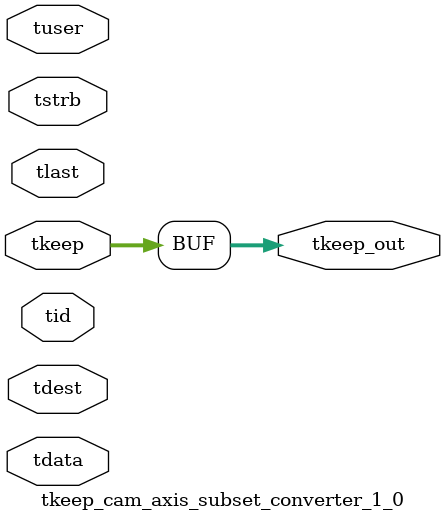
<source format=v>


`timescale 1ps/1ps

module tkeep_cam_axis_subset_converter_1_0 #
(
parameter C_S_AXIS_TDATA_WIDTH = 32,
parameter C_S_AXIS_TUSER_WIDTH = 0,
parameter C_S_AXIS_TID_WIDTH   = 0,
parameter C_S_AXIS_TDEST_WIDTH = 0,
parameter C_M_AXIS_TDATA_WIDTH = 32
)
(
input  [(C_S_AXIS_TDATA_WIDTH == 0 ? 1 : C_S_AXIS_TDATA_WIDTH)-1:0     ] tdata,
input  [(C_S_AXIS_TUSER_WIDTH == 0 ? 1 : C_S_AXIS_TUSER_WIDTH)-1:0     ] tuser,
input  [(C_S_AXIS_TID_WIDTH   == 0 ? 1 : C_S_AXIS_TID_WIDTH)-1:0       ] tid,
input  [(C_S_AXIS_TDEST_WIDTH == 0 ? 1 : C_S_AXIS_TDEST_WIDTH)-1:0     ] tdest,
input  [(C_S_AXIS_TDATA_WIDTH/8)-1:0 ] tkeep,
input  [(C_S_AXIS_TDATA_WIDTH/8)-1:0 ] tstrb,
input                                                                    tlast,
output [(C_M_AXIS_TDATA_WIDTH/8)-1:0 ] tkeep_out
);

assign tkeep_out = {tkeep[3:0]};

endmodule


</source>
